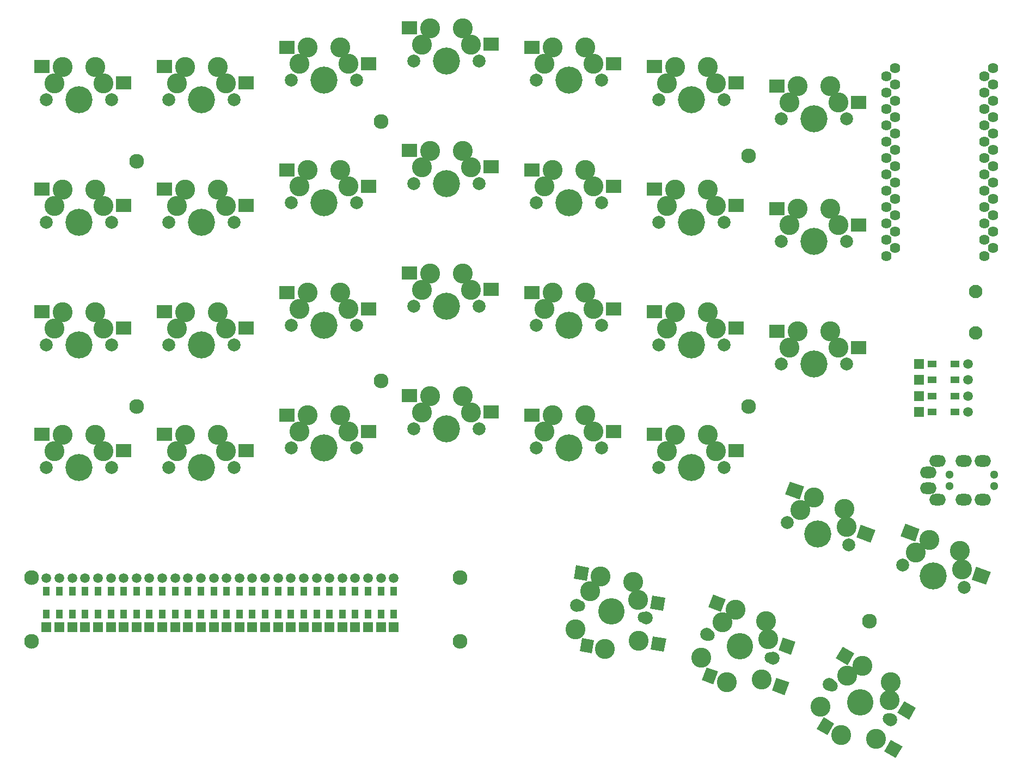
<source format=gts>
%TF.GenerationSoftware,KiCad,Pcbnew,(5.1.6-0-10_14)*%
%TF.CreationDate,2020-07-09T23:16:05+02:00*%
%TF.ProjectId,splitkb,73706c69-746b-4622-9e6b-696361645f70,rev?*%
%TF.SameCoordinates,Original*%
%TF.FileFunction,Soldermask,Top*%
%TF.FilePolarity,Negative*%
%FSLAX46Y46*%
G04 Gerber Fmt 4.6, Leading zero omitted, Abs format (unit mm)*
G04 Created by KiCad (PCBNEW (5.1.6-0-10_14)) date 2020-07-09 23:16:05*
%MOMM*%
%LPD*%
G01*
G04 APERTURE LIST*
%ADD10C,2.300000*%
%ADD11C,0.100000*%
%ADD12C,3.100000*%
%ADD13C,4.100000*%
%ADD14C,2.000000*%
%ADD15C,1.800000*%
%ADD16C,4.200000*%
%ADD17R,2.400000X2.100000*%
%ADD18R,1.050000X1.400000*%
%ADD19C,1.497000*%
%ADD20R,1.497000X1.497000*%
%ADD21R,1.400000X1.050000*%
%ADD22C,2.100000*%
%ADD23C,1.624000*%
%ADD24C,1.300000*%
%ADD25O,2.600000X1.800000*%
G04 APERTURE END LIST*
D10*
%TO.C, *%
X40700000Y-124200000D03*
%TD*%
%TO.C, *%
X152200000Y-97600000D03*
%TD*%
%TO.C, *%
X152200000Y-58700000D03*
%TD*%
%TO.C, *%
X95000000Y-93700000D03*
%TD*%
%TO.C, *%
X95000000Y-53400000D03*
%TD*%
%TO.C, *%
X57000000Y-97600000D03*
%TD*%
%TO.C, *%
X57000000Y-59500000D03*
%TD*%
%TO.C, *%
X171000000Y-131000000D03*
%TD*%
%TO.C, *%
X107300000Y-134100000D03*
%TD*%
%TO.C, *%
X107300000Y-124200000D03*
%TD*%
%TO.C, *%
X40700000Y-134100000D03*
%TD*%
D11*
%TO.C,SW27*%
G36*
X168624585Y-136016264D02*
G01*
X167574585Y-137834918D01*
X165755931Y-136784918D01*
X166805931Y-134966264D01*
X168624585Y-136016264D01*
G37*
D12*
X174069557Y-143305295D03*
X169840295Y-137930591D03*
D11*
G36*
X178179902Y-144465968D02*
G01*
X177129902Y-146284622D01*
X175311248Y-145234622D01*
X176361248Y-143415968D01*
X178179902Y-144465968D01*
G37*
D12*
X171980127Y-149304294D03*
D11*
G36*
X165472853Y-146875223D02*
G01*
X164422853Y-148693877D01*
X162777405Y-147743877D01*
X163827405Y-145925223D01*
X165472853Y-146875223D01*
G37*
G36*
X176099133Y-150469967D02*
G01*
X175049133Y-152288621D01*
X173230479Y-151238621D01*
X174280479Y-149419967D01*
X176099133Y-150469967D01*
G37*
D12*
X163319873Y-144304294D03*
X166550000Y-148709550D03*
X174239705Y-140470591D03*
D13*
X169500000Y-143600000D03*
D14*
X164736860Y-140850000D03*
X174263140Y-146350000D03*
D15*
X173899409Y-146140000D03*
X165100591Y-141060000D03*
D12*
X167470443Y-139495295D03*
%TD*%
D11*
%TO.C,SW22*%
G36*
X148620982Y-127583493D02*
G01*
X147902740Y-129556847D01*
X145929386Y-128838605D01*
X146647628Y-126865251D01*
X148620982Y-127583493D01*
G37*
D12*
X155248960Y-133816277D03*
X150150643Y-129257630D03*
D11*
G36*
X159498408Y-134245564D02*
G01*
X158780166Y-136218918D01*
X156806812Y-135500676D01*
X157525054Y-133527322D01*
X159498408Y-134245564D01*
G37*
D12*
X154232989Y-140086963D03*
D11*
G36*
X147402771Y-138824772D02*
G01*
X146684529Y-140798126D01*
X144899113Y-140148288D01*
X145617355Y-138174934D01*
X147402771Y-138824772D01*
G37*
G36*
X158491834Y-140519670D02*
G01*
X157773592Y-142493024D01*
X155800238Y-141774782D01*
X156518480Y-139801428D01*
X158491834Y-140519670D01*
G37*
D12*
X144836062Y-136666762D03*
X148782081Y-140444186D03*
X154924282Y-130995093D03*
D13*
X150800000Y-134900000D03*
D14*
X145631691Y-133018889D03*
X155968309Y-136781111D03*
D15*
X155573639Y-136637462D03*
X146026361Y-133162538D03*
D12*
X148088502Y-131210084D03*
%TD*%
D11*
%TO.C,SW17*%
G36*
X127393588Y-122673029D02*
G01*
X127028927Y-124741126D01*
X124960830Y-124376465D01*
X125325491Y-122308368D01*
X127393588Y-122673029D01*
G37*
D12*
X135003184Y-127660188D03*
X129190721Y-124056110D03*
D11*
G36*
X139262619Y-127345043D02*
G01*
X138897958Y-129413140D01*
X136829861Y-129048479D01*
X137194522Y-126980382D01*
X139262619Y-127345043D01*
G37*
D12*
X135091541Y-134012030D03*
D11*
G36*
X128145912Y-133955069D02*
G01*
X127781251Y-136023165D01*
X125910116Y-135693233D01*
X126274777Y-133625137D01*
X128145912Y-133955069D01*
G37*
G36*
X139360824Y-133698621D02*
G01*
X138996163Y-135766718D01*
X136928066Y-135402057D01*
X137292727Y-133333960D01*
X139360824Y-133698621D01*
G37*
D12*
X125243463Y-132275548D03*
X129785476Y-135310366D03*
X134193544Y-124938243D03*
D13*
X130810000Y-129500000D03*
D14*
X125393557Y-128544935D03*
X136226443Y-130455065D03*
D15*
X135812823Y-130382133D03*
X125807177Y-128617867D03*
D12*
X127498949Y-126336989D03*
%TD*%
D14*
%TO.C,SW9*%
X81020000Y-46950000D03*
X91180000Y-46950000D03*
D16*
X86100000Y-46950000D03*
D12*
X88640000Y-41870000D03*
X89910000Y-44409999D03*
X83560000Y-41870000D03*
X82290000Y-44410000D03*
D17*
X80400000Y-41830000D03*
X93100000Y-44370000D03*
%TD*%
%TO.C,SW30*%
X169300000Y-88470000D03*
X156600000Y-85930000D03*
D12*
X158490000Y-88510000D03*
X159760000Y-85970000D03*
X166110000Y-88509999D03*
X164840000Y-85970000D03*
D16*
X162300000Y-91050000D03*
D14*
X167380000Y-91050000D03*
X157220000Y-91050000D03*
%TD*%
%TO.C,SW2*%
X42920000Y-69000000D03*
X53080000Y-69000000D03*
D16*
X48000000Y-69000000D03*
D12*
X50540000Y-63920000D03*
X51810000Y-66459999D03*
X45460000Y-63920000D03*
X44190000Y-66460000D03*
D17*
X42300000Y-63880000D03*
X55000000Y-66420000D03*
%TD*%
D18*
%TO.C,D1*%
X43000000Y-126350000D03*
D19*
X43000000Y-124315000D03*
D20*
X43000000Y-131935000D03*
D18*
X43000000Y-129900000D03*
%TD*%
%TO.C,D2*%
X45000000Y-129900000D03*
D20*
X45000000Y-131935000D03*
D19*
X45000000Y-124315000D03*
D18*
X45000000Y-126350000D03*
%TD*%
%TO.C,D3*%
X47000000Y-126350000D03*
D19*
X47000000Y-124315000D03*
D20*
X47000000Y-131935000D03*
D18*
X47000000Y-129900000D03*
%TD*%
%TO.C,D4*%
X49000000Y-126350000D03*
D19*
X49000000Y-124315000D03*
D20*
X49000000Y-131935000D03*
D18*
X49000000Y-129900000D03*
%TD*%
%TO.C,D5*%
X51000000Y-129900000D03*
D20*
X51000000Y-131935000D03*
D19*
X51000000Y-124315000D03*
D18*
X51000000Y-126350000D03*
%TD*%
%TO.C,D6*%
X53000000Y-126350000D03*
D19*
X53000000Y-124315000D03*
D20*
X53000000Y-131935000D03*
D18*
X53000000Y-129900000D03*
%TD*%
%TO.C,D7*%
X55000000Y-126350000D03*
D19*
X55000000Y-124315000D03*
D20*
X55000000Y-131935000D03*
D18*
X55000000Y-129900000D03*
%TD*%
%TO.C,D8*%
X57000000Y-129900000D03*
D20*
X57000000Y-131935000D03*
D19*
X57000000Y-124315000D03*
D18*
X57000000Y-126350000D03*
%TD*%
%TO.C,D9*%
X59000000Y-129900000D03*
D20*
X59000000Y-131935000D03*
D19*
X59000000Y-124315000D03*
D18*
X59000000Y-126350000D03*
%TD*%
%TO.C,D10*%
X61000000Y-126350000D03*
D19*
X61000000Y-124315000D03*
D20*
X61000000Y-131935000D03*
D18*
X61000000Y-129900000D03*
%TD*%
%TO.C,D11*%
X63000000Y-129900000D03*
D20*
X63000000Y-131935000D03*
D19*
X63000000Y-124315000D03*
D18*
X63000000Y-126350000D03*
%TD*%
%TO.C,D12*%
X65000000Y-126350000D03*
D19*
X65000000Y-124315000D03*
D20*
X65000000Y-131935000D03*
D18*
X65000000Y-129900000D03*
%TD*%
%TO.C,D13*%
X67000000Y-129900000D03*
D20*
X67000000Y-131935000D03*
D19*
X67000000Y-124315000D03*
D18*
X67000000Y-126350000D03*
%TD*%
%TO.C,D14*%
X69000000Y-126350000D03*
D19*
X69000000Y-124315000D03*
D20*
X69000000Y-131935000D03*
D18*
X69000000Y-129900000D03*
%TD*%
%TO.C,D15*%
X71000000Y-126350000D03*
D19*
X71000000Y-124315000D03*
D20*
X71000000Y-131935000D03*
D18*
X71000000Y-129900000D03*
%TD*%
%TO.C,D16*%
X73000000Y-129900000D03*
D20*
X73000000Y-131935000D03*
D19*
X73000000Y-124315000D03*
D18*
X73000000Y-126350000D03*
%TD*%
D21*
%TO.C,D17*%
X180725000Y-98500000D03*
D20*
X178690000Y-98500000D03*
D19*
X186310000Y-98500000D03*
D21*
X184275000Y-98500000D03*
%TD*%
D18*
%TO.C,D18*%
X75000000Y-129900000D03*
D20*
X75000000Y-131935000D03*
D19*
X75000000Y-124315000D03*
D18*
X75000000Y-126350000D03*
%TD*%
%TO.C,D19*%
X77000000Y-126350000D03*
D19*
X77000000Y-124315000D03*
D20*
X77000000Y-131935000D03*
D18*
X77000000Y-129900000D03*
%TD*%
%TO.C,D20*%
X79000000Y-129900000D03*
D20*
X79000000Y-131935000D03*
D19*
X79000000Y-124315000D03*
D18*
X79000000Y-126350000D03*
%TD*%
%TO.C,D21*%
X81000000Y-126350000D03*
D19*
X81000000Y-124315000D03*
D20*
X81000000Y-131935000D03*
D18*
X81000000Y-129900000D03*
%TD*%
D21*
%TO.C,D22*%
X180725000Y-96000000D03*
D20*
X178690000Y-96000000D03*
D19*
X186310000Y-96000000D03*
D21*
X184275000Y-96000000D03*
%TD*%
D18*
%TO.C,D23*%
X83000000Y-126350000D03*
D19*
X83000000Y-124315000D03*
D20*
X83000000Y-131935000D03*
D18*
X83000000Y-129900000D03*
%TD*%
%TO.C,D24*%
X85000000Y-129900000D03*
D20*
X85000000Y-131935000D03*
D19*
X85000000Y-124315000D03*
D18*
X85000000Y-126350000D03*
%TD*%
%TO.C,D25*%
X87000000Y-126350000D03*
D19*
X87000000Y-124315000D03*
D20*
X87000000Y-131935000D03*
D18*
X87000000Y-129900000D03*
%TD*%
%TO.C,D26*%
X89000000Y-129900000D03*
D20*
X89000000Y-131935000D03*
D19*
X89000000Y-124315000D03*
D18*
X89000000Y-126350000D03*
%TD*%
D21*
%TO.C,D27*%
X184275000Y-93500000D03*
D19*
X186310000Y-93500000D03*
D20*
X178690000Y-93500000D03*
D21*
X180725000Y-93500000D03*
%TD*%
D18*
%TO.C,D28*%
X91000000Y-126350000D03*
D19*
X91000000Y-124315000D03*
D20*
X91000000Y-131935000D03*
D18*
X91000000Y-129900000D03*
%TD*%
%TO.C,D29*%
X93000000Y-129900000D03*
D20*
X93000000Y-131935000D03*
D19*
X93000000Y-124315000D03*
D18*
X93000000Y-126350000D03*
%TD*%
%TO.C,D30*%
X95000000Y-129900000D03*
D20*
X95000000Y-131935000D03*
D19*
X95000000Y-124315000D03*
D18*
X95000000Y-126350000D03*
%TD*%
%TO.C,D31*%
X97000000Y-126350000D03*
D19*
X97000000Y-124315000D03*
D20*
X97000000Y-131935000D03*
D18*
X97000000Y-129900000D03*
%TD*%
D21*
%TO.C,D32*%
X180725000Y-91000000D03*
D20*
X178690000Y-91000000D03*
D19*
X186310000Y-91000000D03*
D21*
X184275000Y-91000000D03*
%TD*%
D22*
%TO.C,K1*%
X187500000Y-79750000D03*
X187500000Y-86250000D03*
%TD*%
D23*
%TO.C,U1*%
X174936400Y-45022000D03*
X174936400Y-47562000D03*
X174936400Y-50102000D03*
X174936400Y-52642000D03*
X174936400Y-55182000D03*
X174936400Y-57722000D03*
X174936400Y-60262000D03*
X174936400Y-62802000D03*
X174936400Y-65342000D03*
X174936400Y-67882000D03*
X174936400Y-70422000D03*
X174936400Y-72962000D03*
X190156400Y-72962000D03*
X190156400Y-70422000D03*
X190156400Y-67882000D03*
X190156400Y-65342000D03*
X190156400Y-62802000D03*
X190156400Y-60262000D03*
X190156400Y-57722000D03*
X190156400Y-55182000D03*
X190156400Y-52642000D03*
X190156400Y-50102000D03*
X190156400Y-47562000D03*
X190156400Y-45022000D03*
X173610000Y-46292000D03*
X173610000Y-48832000D03*
X173610000Y-51372000D03*
X173610000Y-53912000D03*
X173610000Y-56452000D03*
X173610000Y-58992000D03*
X173610000Y-61532000D03*
X173610000Y-64072000D03*
X173610000Y-66612000D03*
X173610000Y-69152000D03*
X173610000Y-71692000D03*
X173610000Y-74232000D03*
X188850000Y-74232000D03*
X188850000Y-71692000D03*
X188850000Y-69152000D03*
X188850000Y-66612000D03*
X188850000Y-64072000D03*
X188850000Y-61532000D03*
X188850000Y-58992000D03*
X188850000Y-56452000D03*
X188850000Y-53912000D03*
X188850000Y-51372000D03*
X188850000Y-48832000D03*
X188850000Y-46292000D03*
%TD*%
D24*
%TO.C,J1*%
X183400000Y-108250000D03*
X190400000Y-108250000D03*
D25*
X181600000Y-106150000D03*
X180100000Y-110350000D03*
X188600000Y-106150000D03*
X185600000Y-106150000D03*
D24*
X190400000Y-110000000D03*
X183400000Y-110000000D03*
D25*
X188600000Y-112100000D03*
X185600000Y-112100000D03*
X181600000Y-112100000D03*
X180100000Y-107900000D03*
%TD*%
D14*
%TO.C,SW1*%
X42920000Y-49950000D03*
X53080000Y-49950000D03*
D16*
X48000000Y-49950000D03*
D12*
X50540000Y-44870000D03*
X51810000Y-47409999D03*
X45460000Y-44870000D03*
X44190000Y-47410000D03*
D17*
X42300000Y-44830000D03*
X55000000Y-47370000D03*
%TD*%
D14*
%TO.C,SW3*%
X42920000Y-88050000D03*
X53080000Y-88050000D03*
D16*
X48000000Y-88050000D03*
D12*
X50540000Y-82970000D03*
X51810000Y-85509999D03*
X45460000Y-82970000D03*
X44190000Y-85510000D03*
D17*
X42300000Y-82930000D03*
X55000000Y-85470000D03*
%TD*%
%TO.C,SW4*%
X55000000Y-104520000D03*
X42300000Y-101980000D03*
D12*
X44190000Y-104560000D03*
X45460000Y-102020000D03*
X51810000Y-104559999D03*
X50540000Y-102020000D03*
D16*
X48000000Y-107100000D03*
D14*
X53080000Y-107100000D03*
X42920000Y-107100000D03*
%TD*%
D17*
%TO.C,SW5*%
X74050000Y-47370000D03*
X61350000Y-44830000D03*
D12*
X63240000Y-47410000D03*
X64510000Y-44870000D03*
X70860000Y-47409999D03*
X69590000Y-44870000D03*
D16*
X67050000Y-49950000D03*
D14*
X72130000Y-49950000D03*
X61970000Y-49950000D03*
%TD*%
D17*
%TO.C,SW6*%
X74050000Y-66420000D03*
X61350000Y-63880000D03*
D12*
X63240000Y-66460000D03*
X64510000Y-63920000D03*
X70860000Y-66459999D03*
X69590000Y-63920000D03*
D16*
X67050000Y-69000000D03*
D14*
X72130000Y-69000000D03*
X61970000Y-69000000D03*
%TD*%
%TO.C,SW7*%
X61970000Y-88050000D03*
X72130000Y-88050000D03*
D16*
X67050000Y-88050000D03*
D12*
X69590000Y-82970000D03*
X70860000Y-85509999D03*
X64510000Y-82970000D03*
X63240000Y-85510000D03*
D17*
X61350000Y-82930000D03*
X74050000Y-85470000D03*
%TD*%
D14*
%TO.C,SW8*%
X61970000Y-107100000D03*
X72130000Y-107100000D03*
D16*
X67050000Y-107100000D03*
D12*
X69590000Y-102020000D03*
X70860000Y-104559999D03*
X64510000Y-102020000D03*
X63240000Y-104560000D03*
D17*
X61350000Y-101980000D03*
X74050000Y-104520000D03*
%TD*%
D14*
%TO.C,SW10*%
X81020000Y-66000000D03*
X91180000Y-66000000D03*
D16*
X86100000Y-66000000D03*
D12*
X88640000Y-60920000D03*
X89910000Y-63459999D03*
X83560000Y-60920000D03*
X82290000Y-63460000D03*
D17*
X80400000Y-60880000D03*
X93100000Y-63420000D03*
%TD*%
%TO.C,SW11*%
X93100000Y-82470000D03*
X80400000Y-79930000D03*
D12*
X82290000Y-82510000D03*
X83560000Y-79970000D03*
X89910000Y-82509999D03*
X88640000Y-79970000D03*
D16*
X86100000Y-85050000D03*
D14*
X91180000Y-85050000D03*
X81020000Y-85050000D03*
%TD*%
D17*
%TO.C,SW12*%
X93100000Y-101520000D03*
X80400000Y-98980000D03*
D12*
X82290000Y-101560000D03*
X83560000Y-99020000D03*
X89910000Y-101559999D03*
X88640000Y-99020000D03*
D16*
X86100000Y-104100000D03*
D14*
X91180000Y-104100000D03*
X81020000Y-104100000D03*
%TD*%
D17*
%TO.C,SW13*%
X112150000Y-41370000D03*
X99450000Y-38830000D03*
D12*
X101340000Y-41410000D03*
X102610000Y-38870000D03*
X108960000Y-41409999D03*
X107690000Y-38870000D03*
D16*
X105150000Y-43950000D03*
D14*
X110230000Y-43950000D03*
X100070000Y-43950000D03*
%TD*%
D17*
%TO.C,SW14*%
X112150000Y-60420000D03*
X99450000Y-57880000D03*
D12*
X101340000Y-60460000D03*
X102610000Y-57920000D03*
X108960000Y-60459999D03*
X107690000Y-57920000D03*
D16*
X105150000Y-63000000D03*
D14*
X110230000Y-63000000D03*
X100070000Y-63000000D03*
%TD*%
D17*
%TO.C,SW15*%
X112150000Y-79470000D03*
X99450000Y-76930000D03*
D12*
X101340000Y-79510000D03*
X102610000Y-76970000D03*
X108960000Y-79509999D03*
X107690000Y-76970000D03*
D16*
X105150000Y-82050000D03*
D14*
X110230000Y-82050000D03*
X100070000Y-82050000D03*
%TD*%
D17*
%TO.C,SW16*%
X112150000Y-98520000D03*
X99450000Y-95980000D03*
D12*
X101340000Y-98560000D03*
X102610000Y-96020000D03*
X108960000Y-98559999D03*
X107690000Y-96020000D03*
D16*
X105150000Y-101100000D03*
D14*
X110230000Y-101100000D03*
X100070000Y-101100000D03*
%TD*%
%TO.C,SW18*%
X119120000Y-46950000D03*
X129280000Y-46950000D03*
D16*
X124200000Y-46950000D03*
D12*
X126740000Y-41870000D03*
X128010000Y-44409999D03*
X121660000Y-41870000D03*
X120390000Y-44410000D03*
D17*
X118500000Y-41830000D03*
X131200000Y-44370000D03*
%TD*%
%TO.C,SW19*%
X131200000Y-63420000D03*
X118500000Y-60880000D03*
D12*
X120390000Y-63460000D03*
X121660000Y-60920000D03*
X128010000Y-63459999D03*
X126740000Y-60920000D03*
D16*
X124200000Y-66000000D03*
D14*
X129280000Y-66000000D03*
X119120000Y-66000000D03*
%TD*%
%TO.C,SW20*%
X119120000Y-85050000D03*
X129280000Y-85050000D03*
D16*
X124200000Y-85050000D03*
D12*
X126740000Y-79970000D03*
X128010000Y-82509999D03*
X121660000Y-79970000D03*
X120390000Y-82510000D03*
D17*
X118500000Y-79930000D03*
X131200000Y-82470000D03*
%TD*%
%TO.C,SW21*%
X131200000Y-101520000D03*
X118500000Y-98980000D03*
D12*
X120390000Y-101560000D03*
X121660000Y-99020000D03*
X128010000Y-101559999D03*
X126740000Y-99020000D03*
D16*
X124200000Y-104100000D03*
D14*
X129280000Y-104100000D03*
X119120000Y-104100000D03*
%TD*%
%TO.C,SW23*%
X138170000Y-49950000D03*
X148330000Y-49950000D03*
D16*
X143250000Y-49950000D03*
D12*
X145790000Y-44870000D03*
X147060000Y-47409999D03*
X140710000Y-44870000D03*
X139440000Y-47410000D03*
D17*
X137550000Y-44830000D03*
X150250000Y-47370000D03*
%TD*%
D14*
%TO.C,SW24*%
X138170000Y-69000000D03*
X148330000Y-69000000D03*
D16*
X143250000Y-69000000D03*
D12*
X145790000Y-63920000D03*
X147060000Y-66459999D03*
X140710000Y-63920000D03*
X139440000Y-66460000D03*
D17*
X137550000Y-63880000D03*
X150250000Y-66420000D03*
%TD*%
D14*
%TO.C,SW25*%
X138170000Y-88050000D03*
X148330000Y-88050000D03*
D16*
X143250000Y-88050000D03*
D12*
X145790000Y-82970000D03*
X147060000Y-85509999D03*
X140710000Y-82970000D03*
X139440000Y-85510000D03*
D17*
X137550000Y-82930000D03*
X150250000Y-85470000D03*
%TD*%
D14*
%TO.C,SW26*%
X138170000Y-107100000D03*
X148330000Y-107100000D03*
D16*
X143250000Y-107100000D03*
D12*
X145790000Y-102020000D03*
X147060000Y-104559999D03*
X140710000Y-102020000D03*
X139440000Y-104560000D03*
D17*
X137550000Y-101980000D03*
X150250000Y-104520000D03*
%TD*%
D14*
%TO.C,SW28*%
X157220000Y-52950000D03*
X167380000Y-52950000D03*
D16*
X162300000Y-52950000D03*
D12*
X164840000Y-47870000D03*
X166110000Y-50409999D03*
X159760000Y-47870000D03*
X158490000Y-50410000D03*
D17*
X156600000Y-47830000D03*
X169300000Y-50370000D03*
%TD*%
%TO.C,SW29*%
X169300000Y-69420000D03*
X156600000Y-66880000D03*
D12*
X158490000Y-69460000D03*
X159760000Y-66920000D03*
X166110000Y-69459999D03*
X164840000Y-66920000D03*
D16*
X162300000Y-72000000D03*
D14*
X167380000Y-72000000D03*
X157220000Y-72000000D03*
%TD*%
D11*
%TO.C,SW31*%
G36*
X171897012Y-116843481D02*
G01*
X171178770Y-118816835D01*
X168923508Y-117995987D01*
X169641750Y-116022633D01*
X171897012Y-116843481D01*
G37*
G36*
X160831647Y-110113006D02*
G01*
X160113405Y-112086360D01*
X157858143Y-111265512D01*
X158576385Y-109292158D01*
X160831647Y-110113006D01*
G37*
D12*
X160238502Y-113760084D03*
X162300643Y-111807630D03*
X167398960Y-116366277D03*
X167074282Y-113545093D03*
D16*
X162950000Y-117450000D03*
D14*
X167723639Y-119187462D03*
X158176361Y-115712538D03*
%TD*%
D11*
%TO.C,SW32*%
G36*
X189847012Y-123393481D02*
G01*
X189128770Y-125366835D01*
X186873508Y-124545987D01*
X187591750Y-122572633D01*
X189847012Y-123393481D01*
G37*
G36*
X178781647Y-116663006D02*
G01*
X178063405Y-118636360D01*
X175808143Y-117815512D01*
X176526385Y-115842158D01*
X178781647Y-116663006D01*
G37*
D12*
X178188502Y-120310084D03*
X180250643Y-118357630D03*
X185348960Y-122916277D03*
X185024282Y-120095093D03*
D16*
X180900000Y-124000000D03*
D14*
X185673639Y-125737462D03*
X176126361Y-122262538D03*
%TD*%
M02*

</source>
